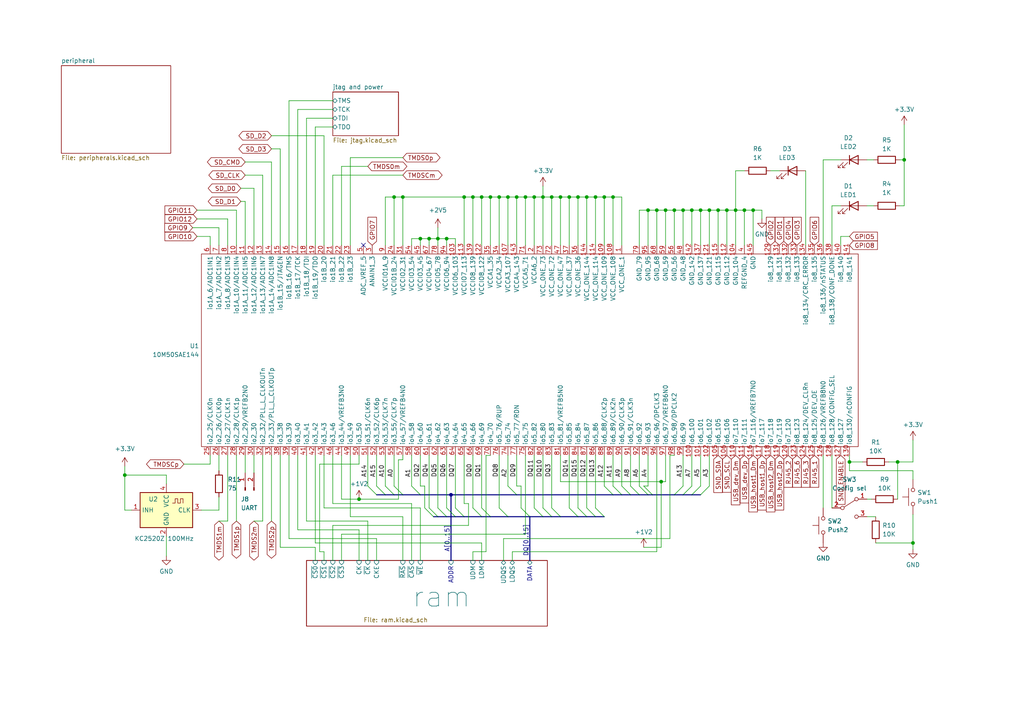
<source format=kicad_sch>
(kicad_sch (version 20230121) (generator eeschema)
  (paper "A4")
  (lib_symbols
    (symbol "Connector:Conn_01x02_Pin" (pin_names (offset 1.016) hide)
      (property "Reference" "J" (at 0 2.54 0))
      (property "Value" "Conn_01x02_Pin" (at 0 -5.08 0))
      (symbol "Conn_01x02_Pin_1_1"
        (polyline (pts (xy 1.27 -2.54) (xy 0.8636 -2.54)) (stroke (width 0.1524)))
        (polyline (pts (xy 1.27 0) (xy 0.8636 0)) (stroke (width 0.1524)))
        (rectangle (start 0.8636 -2.413) (end 0 -2.667) (stroke (width 0.1524)) (fill (type outline)))
        (rectangle (start 0.8636 0.127) (end 0 -0.127) (stroke (width 0.1524)) (fill (type outline)))
        (pin passive line (at 5.08 0 180) (length 3.81) (name "Pin_1") (number "1"))
        (pin passive line (at 5.08 -2.54 180) (length 3.81) (name "Pin_2") (number "2"))
      )
    )
    (symbol "Device:LED" (pin_numbers hide) (pin_names (offset 1.016) hide)
      (property "Reference" "D" (at 0 2.54 0))
      (property "Value" "LED" (at 0 -2.54 0))
      (symbol "LED_0_1"
        (polyline (pts (xy -1.27 -1.27) (xy -1.27 1.27)) (stroke (width 0.254)))
        (polyline (pts (xy -1.27 0) (xy 1.27 0)))
        (polyline (pts (xy 1.27 -1.27) (xy 1.27 1.27) (xy -1.27 0) (xy 1.27 -1.27)) (stroke (width 0.254)))
        (polyline (pts (xy -3.048 -0.762) (xy -4.572 -2.286) (xy -3.81 -2.286) (xy -4.572 -2.286) (xy -4.572 -1.524)))
        (polyline (pts (xy -1.778 -0.762) (xy -3.302 -2.286) (xy -2.54 -2.286) (xy -3.302 -2.286) (xy -3.302 -1.524)))
      )
      (symbol "LED_1_1"
        (pin passive line (at -3.81 0 0) (length 2.54) (name "K") (number "1"))
        (pin passive line (at 3.81 0 180) (length 2.54) (name "A") (number "2"))
      )
    )
    (symbol "Device:R" (pin_numbers hide) (pin_names (offset 0))
      (property "Reference" "R" (at 2.032 0 90))
      (property "Value" "R" (at 0 0 90))
      (symbol "R_0_1"
        (rectangle (start -1.016 -2.54) (end 1.016 2.54) (stroke (width 0.254)))
      )
      (symbol "R_1_1"
        (pin passive line (at 0 3.81 270) (length 1.27) (name "~") (number "1"))
        (pin passive line (at 0 -3.81 90) (length 1.27) (name "~") (number "2"))
      )
    )
    (symbol "Oscillator:KC2520Z"
      (property "Reference" "U" (at 2.54 12.7 0))
      (property "Value" "KC2520Z" (at 6.35 10.16 0))
      (symbol "KC2520Z_0_1"
        (rectangle (start -7.62 5.08) (end 7.62 -5.08) (stroke (width 0.254)) (fill (type background)))
      )
      (symbol "KC2520Z_1_1"
        (polyline (pts (xy 1.778 2.032) (xy 2.54 2.032) (xy 2.54 3.302) (xy 3.302 3.302) (xy 3.302 2.032) (xy 4.064 2.032) (xy 4.064 3.302) (xy 4.826 3.302) (xy 4.826 2.032)))
        (pin input line (at -10.16 0 0) (length 2.54) (name "INH") (number "1"))
        (pin power_in line (at 0 -7.62 90) (length 2.54) (name "GND") (number "2"))
        (pin output line (at 10.16 0 180) (length 2.54) (name "CLK") (number "3"))
        (pin power_in line (at 0 7.62 270) (length 2.54) (name "VCC") (number "4"))
      )
    )
    (symbol "Switch:SW_Push" (pin_numbers hide) (pin_names (offset 1.016) hide)
      (property "Reference" "SW" (at 1.27 2.54 0))
      (property "Value" "SW_Push" (at 0 -1.524 0))
      (symbol "SW_Push_0_1"
        (circle (center -2.032 0) (radius 0.508))
        (polyline (pts (xy 0 1.27) (xy 0 3.048)))
        (polyline (pts (xy 2.54 1.27) (xy -2.54 1.27)))
        (circle (center 2.032 0) (radius 0.508))
        (pin passive line (at -5.08 0 0) (length 2.54) (name "1") (number "1"))
        (pin passive line (at 5.08 0 180) (length 2.54) (name "2") (number "2"))
      )
    )
    (symbol "Switch:SW_SPDT" (pin_names (offset 0) hide)
      (property "Reference" "SW" (at 0 4.318 0))
      (property "Value" "SW_SPDT" (at 0 -5.08 0))
      (symbol "SW_SPDT_0_0"
        (circle (center -2.032 0) (radius 0.508))
        (circle (center 2.032 -2.54) (radius 0.508))
      )
      (symbol "SW_SPDT_0_1"
        (polyline (pts (xy -1.524 0.254) (xy 1.651 2.286)))
        (circle (center 2.032 2.54) (radius 0.508))
      )
      (symbol "SW_SPDT_1_1"
        (pin passive line (at 5.08 2.54 180) (length 2.54) (name "A") (number "1"))
        (pin passive line (at -5.08 0 0) (length 2.54) (name "B") (number "2"))
        (pin passive line (at 5.08 -2.54 180) (length 2.54) (name "C") (number "3"))
      )
    )
    (symbol "engeavour:10M50SAE144"
      (property "Reference" "U1" (at 16.51 -3.175 90))
      (property "Value" "10M50SAE144" (at 13.97 -3.175 90))
      (symbol "10M50SAE144_0_1"
        (rectangle (start -12.7 -3.81) (end 43.18 -194.31))
      )
      (symbol "10M50SAE144_1_0"
        (pin power_in line (at 45.72 -125.73 180) (length 2.54) (name "VCC_ONE_1") (number "1"))
        (pin bidirectional line (at 45.72 -13.97 180) (length 2.54) (name "io1A_10/ADC1IN4") (number "10"))
        (pin bidirectional line (at -15.24 -146.05 0) (length 2.54) (name "io6_100") (number "100"))
        (pin bidirectional line (at -15.24 -148.59 0) (length 2.54) (name "io6_101") (number "101"))
        (pin bidirectional line (at -15.24 -151.13 0) (length 2.54) (name "io6_102") (number "102"))
        (pin power_in line (at 45.72 -77.47 180) (length 2.54) (name "VCCIO6_103") (number "103"))
        (pin power_in line (at 45.72 -158.75 180) (length 2.54) (name "GND_104") (number "104"))
        (pin bidirectional line (at -15.24 -153.67 0) (length 2.54) (name "io6_105") (number "105"))
        (pin bidirectional line (at -15.24 -156.21 0) (length 2.54) (name "io6_106") (number "106"))
        (pin power_in line (at 45.72 -92.71 180) (length 2.54) (name "VCCA3_107") (number "107"))
        (pin power_in line (at 45.72 -123.19 180) (length 2.54) (name "VCC_ONE_108") (number "108"))
        (pin power_in line (at 45.72 -120.65 180) (length 2.54) (name "VCC_ONE_109") (number "109"))
        (pin bidirectional line (at 45.72 -16.51 180) (length 2.54) (name "io1A_11/ADC1IN5") (number "11"))
        (pin bidirectional line (at -15.24 -158.75 0) (length 2.54) (name "io7_110") (number "110"))
        (pin bidirectional line (at -15.24 -161.29 0) (length 2.54) (name "io7_111") (number "111"))
        (pin power_in line (at 45.72 -156.21 180) (length 2.54) (name "GND_112") (number "112"))
        (pin power_in line (at 45.72 -80.01 180) (length 2.54) (name "VCCIO7_113") (number "113"))
        (pin power_in line (at 45.72 -118.11 180) (length 2.54) (name "VCC_ONE_114") (number "114"))
        (pin power_in line (at 45.72 -153.67 180) (length 2.54) (name "GND_115") (number "115"))
        (pin bidirectional line (at -15.24 -163.83 0) (length 2.54) (name "io7_116/VREFB7NO") (number "116"))
        (pin bidirectional line (at -15.24 -166.37 0) (length 2.54) (name "io7_117") (number "117"))
        (pin bidirectional line (at -15.24 -168.91 0) (length 2.54) (name "io7_118") (number "118"))
        (pin bidirectional line (at -15.24 -171.45 0) (length 2.54) (name "io7_119") (number "119"))
        (pin bidirectional line (at 45.72 -19.05 180) (length 2.54) (name "io1A_12/ADC1IN6") (number "12"))
        (pin bidirectional line (at -15.24 -173.99 0) (length 2.54) (name "io7_120") (number "120"))
        (pin power_in line (at 45.72 -151.13 180) (length 2.54) (name "GND_121") (number "121"))
        (pin power_in line (at 45.72 -85.09 180) (length 2.54) (name "VCCIO8_122") (number "122"))
        (pin bidirectional line (at -15.24 -176.53 0) (length 2.54) (name "io8_123") (number "123"))
        (pin bidirectional line (at -15.24 -179.07 0) (length 2.54) (name "io8_124/DEV_CLRn") (number "124"))
        (pin bidirectional line (at -15.24 -181.61 0) (length 2.54) (name "io8_125/DEV_OE") (number "125"))
        (pin bidirectional line (at -15.24 -184.15 0) (length 2.54) (name "io8_126/VREFB8N0") (number "126"))
        (pin bidirectional line (at -15.24 -189.23 0) (length 2.54) (name "io8_127") (number "127"))
        (pin bidirectional line (at -15.24 -186.69 0) (length 2.54) (name "io8_128/CONFIG_SEL") (number "128"))
        (pin bidirectional line (at 45.72 -168.91 180) (length 2.54) (name "io8_129") (number "129"))
        (pin bidirectional line (at 45.72 -21.59 180) (length 2.54) (name "io1A_13/ADC1IN7") (number "13"))
        (pin input line (at -15.24 -191.77 0) (length 2.54) (name "io8_130/nCONFIG") (number "130"))
        (pin bidirectional line (at 45.72 -171.45 180) (length 2.54) (name "io8_131") (number "131"))
        (pin bidirectional line (at 45.72 -173.99 180) (length 2.54) (name "io8_132") (number "132"))
        (pin bidirectional line (at 45.72 -176.53 180) (length 2.54) (name "io8_133") (number "133"))
        (pin bidirectional line (at 45.72 -179.07 180) (length 2.54) (name "io8_134/CRC_ERROR") (number "134"))
        (pin bidirectional line (at 45.72 -181.61 180) (length 2.54) (name "io8_135") (number "135"))
        (pin bidirectional line (at 45.72 -184.15 180) (length 2.54) (name "io8_136/nSTATUS") (number "136"))
        (pin power_in line (at 45.72 -148.59 180) (length 2.54) (name "GND_137") (number "137"))
        (pin bidirectional line (at 45.72 -186.69 180) (length 2.54) (name "io8_138/CONF_DONE") (number "138"))
        (pin power_in line (at 45.72 -82.55 180) (length 2.54) (name "VCCIO8_139") (number "139"))
        (pin bidirectional line (at 45.72 -24.13 180) (length 2.54) (name "io1A_14/ADC1IN8") (number "14"))
        (pin bidirectional line (at 45.72 -189.23 180) (length 2.54) (name "io8_140") (number "140"))
        (pin bidirectional line (at 45.72 -191.77 180) (length 2.54) (name "io8_141") (number "141"))
        (pin power_in line (at 45.72 -146.05 180) (length 2.54) (name "GND_142") (number "142"))
        (pin power_in line (at 45.72 -95.25 180) (length 2.54) (name "VCCA4_143") (number "143"))
        (pin power_in line (at 45.72 -115.57 180) (length 2.54) (name "VCC_ONE_144") (number "144"))
        (pin bidirectional line (at 45.72 -26.67 180) (length 2.54) (name "io1B_15/JTAGEN") (number "15"))
        (pin bidirectional line (at 45.72 -29.21 180) (length 2.54) (name "io1B_16/TMS") (number "16"))
        (pin bidirectional line (at 45.72 -31.75 180) (length 2.54) (name "io1B_17/TCK") (number "17"))
        (pin bidirectional line (at 45.72 -34.29 180) (length 2.54) (name "io1B_18/TDI") (number "18"))
        (pin bidirectional line (at 45.72 -36.83 180) (length 2.54) (name "io1B_19/TDO") (number "19"))
        (pin power_in line (at 45.72 -100.33 180) (length 2.54) (name "VCCA6_2") (number "2"))
        (pin bidirectional line (at 45.72 -39.37 180) (length 2.54) (name "io1B_20") (number "20"))
        (pin bidirectional line (at 45.72 -41.91 180) (length 2.54) (name "io1B_21") (number "21"))
        (pin bidirectional line (at 45.72 -44.45 180) (length 2.54) (name "io1B_22") (number "22"))
        (pin bidirectional line (at 45.72 -46.99 180) (length 2.54) (name "io1B_23") (number "23"))
        (pin power_in line (at 45.72 -59.69 180) (length 2.54) (name "VCCIO1B_24") (number "24"))
        (pin bidirectional line (at -15.24 -6.35 0) (length 2.54) (name "io2_25/CLK0n") (number "25"))
        (pin bidirectional line (at -15.24 -8.89 0) (length 2.54) (name "io2_26/CLK0p") (number "26"))
        (pin bidirectional line (at -15.24 -11.43 0) (length 2.54) (name "io2_27/CLK1n") (number "27"))
        (pin bidirectional line (at -15.24 -13.97 0) (length 2.54) (name "io2_28/CLK1p") (number "28"))
        (pin bidirectional line (at -15.24 -16.51 0) (length 2.54) (name "io2_29/VREFB2N0") (number "29"))
        (pin input line (at 45.72 -53.34 180) (length 2.54) (name "ANAIN1_3") (number "3"))
        (pin bidirectional line (at -15.24 -19.05 0) (length 2.54) (name "io2_30") (number "30"))
        (pin power_in line (at 45.72 -62.23 180) (length 2.54) (name "VCCIO2_31") (number "31"))
        (pin bidirectional line (at -15.24 -21.59 0) (length 2.54) (name "io2_32/PLL_L_CLKOUTn") (number "32"))
        (pin bidirectional line (at -15.24 -24.13 0) (length 2.54) (name "io2_33/PLL_L_CLKOUTp") (number "33"))
        (pin power_in line (at 45.72 -90.17 180) (length 2.54) (name "VCCA2_34") (number "34"))
        (pin power_in line (at 45.72 -87.63 180) (length 2.54) (name "VCCA1_35") (number "35"))
        (pin power_in line (at 45.72 -113.03 180) (length 2.54) (name "VCC_ONE_36") (number "36"))
        (pin power_in line (at 45.72 -110.49 180) (length 2.54) (name "VCC_ONE_37") (number "37"))
        (pin bidirectional line (at -15.24 -26.67 0) (length 2.54) (name "io3_38") (number "38"))
        (pin bidirectional line (at -15.24 -29.21 0) (length 2.54) (name "io3_39") (number "39"))
        (pin power_in line (at 45.72 -161.29 180) (length 2.54) (name "REFGND_4") (number "4"))
        (pin bidirectional line (at -15.24 -31.75 0) (length 2.54) (name "io3_40") (number "40"))
        (pin bidirectional line (at -15.24 -34.29 0) (length 2.54) (name "io3_41") (number "41"))
        (pin bidirectional line (at -15.24 -36.83 0) (length 2.54) (name "io3_42") (number "42"))
        (pin bidirectional line (at -15.24 -39.37 0) (length 2.54) (name "io3_43") (number "43"))
        (pin bidirectional line (at -15.24 -44.45 0) (length 2.54) (name "io3_44/VREFB3N0") (number "44"))
        (pin power_in line (at 45.72 -67.31 180) (length 2.54) (name "VCCIO3_45") (number "45"))
        (pin bidirectional line (at -15.24 -41.91 0) (length 2.54) (name "io3_46") (number "46"))
        (pin power_in line (at 45.72 -107.95 180) (length 2.54) (name "VCC_ONE_47") (number "47"))
        (pin power_in line (at 45.72 -143.51 180) (length 2.54) (name "GND_48") (number "48"))
        (pin bidirectional line (at -15.24 -46.99 0) (length 2.54) (name "io3_49") (number "49"))
        (pin input line (at 45.72 -50.8 180) (length 2.54) (name "ADC_VREF_5") (number "5"))
        (pin bidirectional line (at -15.24 -49.53 0) (length 2.54) (name "io3_50") (number "50"))
        (pin bidirectional line (at -15.24 -52.07 0) (length 2.54) (name "io3_51/CLK6n") (number "51"))
        (pin bidirectional line (at -15.24 -54.61 0) (length 2.54) (name "io3_52/CLK6p") (number "52"))
        (pin bidirectional line (at -15.24 -57.15 0) (length 2.54) (name "io3_53/CLK7n") (number "53"))
        (pin power_in line (at 45.72 -64.77 180) (length 2.54) (name "VCCIO3_54") (number "54"))
        (pin bidirectional line (at -15.24 -59.69 0) (length 2.54) (name "io3_55/CLK7p") (number "55"))
        (pin power_in line (at 45.72 -140.97 180) (length 2.54) (name "GND_56") (number "56"))
        (pin bidirectional line (at -15.24 -62.23 0) (length 2.54) (name "io4_57/VREFB4N0") (number "57"))
        (pin bidirectional line (at -15.24 -64.77 0) (length 2.54) (name "io4_58") (number "58"))
        (pin power_in line (at 45.72 -138.43 180) (length 2.54) (name "GND_59") (number "59"))
        (pin bidirectional line (at -15.24 -67.31 0) (length 2.54) (name "io4_60") (number "60"))
        (pin bidirectional line (at -15.24 -69.85 0) (length 2.54) (name "io4_61") (number "61"))
        (pin bidirectional line (at -15.24 -72.39 0) (length 2.54) (name "io4_62") (number "62"))
        (pin bidirectional line (at -15.24 -74.93 0) (length 2.54) (name "io4_63") (number "63"))
        (pin bidirectional line (at -15.24 -77.47 0) (length 2.54) (name "io4_64") (number "64"))
        (pin bidirectional line (at -15.24 -80.01 0) (length 2.54) (name "io4_65") (number "65"))
        (pin bidirectional line (at -15.24 -82.55 0) (length 2.54) (name "io4_66") (number "66"))
        (pin power_in line (at 45.72 -69.85 180) (length 2.54) (name "VCCIO4_67") (number "67"))
        (pin power_in line (at 45.72 -135.89 180) (length 2.54) (name "GND_68") (number "68"))
        (pin bidirectional line (at -15.24 -85.09 0) (length 2.54) (name "io4_69") (number "69"))
        (pin bidirectional line (at 45.72 -8.89 180) (length 2.54) (name "io1A_7/ADC1IN2") (number "7"))
        (pin bidirectional line (at -15.24 -87.63 0) (length 2.54) (name "io4_70") (number "70"))
        (pin power_in line (at 45.72 -97.79 180) (length 2.54) (name "VCCA5_71") (number "71"))
        (pin power_in line (at 45.72 -105.41 180) (length 2.54) (name "VCC_ONE_72") (number "72"))
        (pin power_in line (at 45.72 -102.87 180) (length 2.54) (name "VCC_ONE_73") (number "73"))
        (pin bidirectional line (at -15.24 -92.71 0) (length 2.54) (name "io5_74") (number "74"))
        (pin bidirectional line (at -15.24 -97.79 0) (length 2.54) (name "io5_75") (number "75"))
        (pin bidirectional line (at -15.24 -90.17 0) (length 2.54) (name "io5_76/RUP") (number "76"))
        (pin bidirectional line (at -15.24 -95.25 0) (length 2.54) (name "io5_77/RDN") (number "77"))
        (pin power_in line (at 45.72 -72.39 180) (length 2.54) (name "VCCIO5_78") (number "78"))
        (pin power_in line (at 45.72 -130.81 180) (length 2.54) (name "GND_79") (number "79"))
        (pin bidirectional line (at 45.72 -11.43 180) (length 2.54) (name "io1A_8/ADC1IN3") (number "8"))
        (pin bidirectional line (at -15.24 -102.87 0) (length 2.54) (name "io5_80") (number "80"))
        (pin bidirectional line (at -15.24 -107.95 0) (length 2.54) (name "io5_81/VREFB5N0") (number "81"))
        (pin bidirectional line (at -15.24 -100.33 0) (length 2.54) (name "io5_82") (number "82"))
        (pin bidirectional line (at -15.24 -105.41 0) (length 2.54) (name "io5_83") (number "83"))
        (pin bidirectional line (at -15.24 -113.03 0) (length 2.54) (name "io5_84") (number "84"))
        (pin bidirectional line (at -15.24 -110.49 0) (length 2.54) (name "io5_85") (number "85"))
        (pin bidirectional line (at -15.24 -118.11 0) (length 2.54) (name "io5_86") (number "86"))
        (pin bidirectional line (at -15.24 -115.57 0) (length 2.54) (name "io5_87") (number "87"))
        (pin bidirectional line (at -15.24 -120.65 0) (length 2.54) (name "io6_88/CLK2p") (number "88"))
        (pin bidirectional line (at -15.24 -123.19 0) (length 2.54) (name "io6_89/CLK2n") (number "89"))
        (pin power_in line (at 45.72 -57.15 180) (length 2.54) (name "VCCIO1A_9") (number "9"))
        (pin bidirectional line (at -15.24 -125.73 0) (length 2.54) (name "io6_90/CLK3p") (number "90"))
        (pin bidirectional line (at -15.24 -128.27 0) (length 2.54) (name "io6_91/CLK3n") (number "91"))
        (pin bidirectional line (at -15.24 -130.81 0) (length 2.54) (name "io6_92") (number "92"))
        (pin bidirectional line (at -15.24 -133.35 0) (length 2.54) (name "io6_93") (number "93"))
        (pin power_in line (at 45.72 -74.93 180) (length 2.54) (name "VCCIO6_94") (number "94"))
        (pin power_in line (at 45.72 -133.35 180) (length 2.54) (name "GND_95") (number "95"))
        (pin bidirectional line (at -15.24 -135.89 0) (length 2.54) (name "io6_96/DPCLK3") (number "96"))
        (pin bidirectional line (at -15.24 -138.43 0) (length 2.54) (name "io6_97/VREFB6N0") (number "97"))
        (pin bidirectional line (at -15.24 -140.97 0) (length 2.54) (name "io6_98/DPCLK2") (number "98"))
        (pin bidirectional line (at -15.24 -143.51 0) (length 2.54) (name "io6_99") (number "99"))
      )
      (symbol "10M50SAE144_1_1"
        (pin power_in line (at 45.72 -163.83 180) (length 2.54) (name "GND") (number "145"))
        (pin bidirectional line (at 45.72 -6.35 180) (length 2.54) (name "io1A_6/ADC1IN1") (number "6"))
      )
    )
    (symbol "power:+1V2" (power) (pin_names (offset 0))
      (property "Value" "+1V2" (at 0 3.556 0))
      (symbol "+1V2_0_1"
        (polyline (pts (xy -0.762 1.27) (xy 0 2.54)))
        (polyline (pts (xy 0 0) (xy 0 2.54)))
        (polyline (pts (xy 0 2.54) (xy 0.762 1.27)))
      )
      (symbol "+1V2_1_1"
        (pin power_in line (at 0 0 90) (length 0) hide (name "+1V2") (number "1"))
      )
    )
    (symbol "power:+2V5" (power) (pin_names (offset 0))
      (property "Value" "+2V5" (at 0 3.556 0))
      (symbol "+2V5_0_1"
        (polyline (pts (xy -0.762 1.27) (xy 0 2.54)))
        (polyline (pts (xy 0 0) (xy 0 2.54)))
        (polyline (pts (xy 0 2.54) (xy 0.762 1.27)))
      )
      (symbol "+2V5_1_1"
        (pin power_in line (at 0 0 90) (length 0) hide (name "+2V5") (number "1"))
      )
    )
    (symbol "power:+3.3V" (power) (pin_names (offset 0))
      (property "Value" "+3.3V" (at 0 3.556 0))
      (symbol "+3.3V_0_1"
        (polyline (pts (xy -0.762 1.27) (xy 0 2.54)))
        (polyline (pts (xy 0 0) (xy 0 2.54)))
        (polyline (pts (xy 0 2.54) (xy 0.762 1.27)))
      )
      (symbol "+3.3V_1_1"
        (pin power_in line (at 0 0 90) (length 0) hide (name "+3.3V") (number "1"))
      )
    )
    (symbol "power:GND" (power) (pin_names (offset 0))
      (property "Value" "GND" (at 0 -3.81 0))
      (symbol "GND_0_1"
        (polyline (pts (xy 0 0) (xy 0 -1.27) (xy 1.27 -1.27) (xy 0 -2.54) (xy -1.27 -1.27) (xy 0 -1.27)))
      )
      (symbol "GND_1_1"
        (pin power_in line (at 0 0 270) (length 0) hide (name "GND") (number "1"))
      )
    )
  )
  (junction (at 172.72 57.15))
  (junction (at 149.86 57.15))
  (junction (at 210.82 60.96))
  (junction (at 264.795 157.48))
  (junction (at 147.32 57.15))
  (junction (at 175.26 57.15))
  (junction (at 162.56 57.15))
  (junction (at 127 69.215))
  (junction (at 195.58 60.96))
  (junction (at 142.24 57.15))
  (junction (at 129.54 69.215))
  (junction (at 36.195 137.795))
  (junction (at 152.4 57.15))
  (junction (at 260.35 133.985))
  (junction (at 121.92 69.215))
  (junction (at 160.02 57.15))
  (junction (at 116.84 57.15))
  (junction (at 154.94 57.15))
  (junction (at 167.64 57.15))
  (junction (at 134.62 57.15))
  (junction (at 139.7 57.15))
  (junction (at 218.44 60.96))
  (junction (at 208.28 60.96))
  (junction (at 177.8 57.15))
  (junction (at 213.36 60.96))
  (junction (at 144.78 57.15))
  (junction (at 170.18 57.15))
  (junction (at 137.16 57.15))
  (junction (at 205.74 60.96))
  (junction (at 198.12 60.96))
  (junction (at 262.255 46.355))
  (junction (at 124.46 69.215))
  (junction (at 114.3 57.15))
  (junction (at 191.77 139.7))
  (junction (at 203.2 60.96))
  (junction (at 190.5 60.96))
  (junction (at 187.96 60.96))
  (junction (at 165.1 57.15))
  (junction (at 104.14 144.78))
  (junction (at 246.38 133.985))
  (junction (at 215.9 60.96))
  (junction (at 157.48 57.15))
  (junction (at 130.81 143.51))
  (junction (at 193.04 60.96))
  (junction (at 200.66 60.96))
  (no_connect (at 105.41 71.12))
  (bus_entry (at 125.73 149.86) (size -2.54 -2.54))
  (bus_entry (at 167.64 149.86) (size -2.54 -2.54))
  (bus_entry (at 134.62 149.86) (size -2.54 -2.54))
  (bus_entry (at 187.96 143.51) (size -2.54 -2.54))
  (bus_entry (at 180.34 143.51) (size -2.54 -2.54))
  (bus_entry (at 142.24 149.86) (size -2.54 -2.54))
  (bus_entry (at 162.56 149.86) (size -2.54 -2.54))
  (bus_entry (at 132.08 149.86) (size -2.54 -2.54))
  (bus_entry (at 127 149.86) (size -2.54 -2.54))
  (bus_entry (at 147.32 149.86) (size -2.54 -2.54))
  (bus_entry (at 203.2 143.51) (size 2.54 -2.54))
  (bus_entry (at 198.12 143.51) (size 2.54 -2.54))
  (bus_entry (at 170.18 149.86) (size -2.54 -2.54))
  (bus_entry (at 182.88 143.51) (size -2.54 -2.54))
  (bus_entry (at 157.48 149.86) (size -2.54 -2.54))
  (bus_entry (at 109.22 143.51) (size -2.54 -2.54))
  (bus_entry (at 160.02 149.86) (size -2.54 -2.54))
  (bus_entry (at 175.26 149.86) (size -2.54 -2.54))
  (bus_entry (at 195.58 143.51) (size 2.54 -2.54))
  (bus_entry (at 121.92 143.51) (size -2.54 -2.54))
  (bus_entry (at 111.76 143.51) (size -2.54 -2.54))
  (bus_entry (at 129.54 149.86) (size -2.54 -2.54))
  (bus_entry (at 149.86 143.51) (size -2.54 -2.54))
  (bus_entry (at 139.7 149.86) (size -2.54 -2.54))
  (bus_entry (at 177.8 143.51) (size -2.54 -2.54))
  (bus_entry (at 189.23 143.51) (size -2.54 -2.54))
  (bus_entry (at 172.72 149.86) (size -2.54 -2.54))
  (bus_entry (at 153.67 149.86) (size -2.54 -2.54))
  (bus_entry (at 116.84 143.51) (size -2.54 -2.54))
  (bus_entry (at 185.42 143.51) (size -2.54 -2.54))
  (bus_entry (at 114.3 143.51) (size -2.54 -2.54))
  (bus_entry (at 200.66 143.51) (size 2.54 -2.54))
  (wire (pts (xy 198.12 60.96) (xy 198.12 71.12)))
  (wire (pts (xy 160.02 57.15) (xy 157.48 57.15)))
  (wire (pts (xy 160.02 57.15) (xy 162.56 57.15)))
  (wire (pts (xy 115.57 133.35) (xy 115.57 144.78)))
  (wire (pts (xy 132.08 69.215) (xy 129.54 69.215)))
  (wire (pts (xy 121.92 69.215) (xy 124.46 69.215)))
  (wire (pts (xy 101.6 45.72) (xy 101.6 71.12)))
  (wire (pts (xy 36.195 147.955) (xy 38.1 147.955)))
  (wire (pts (xy 246.38 132.08) (xy 246.38 133.985)))
  (wire (pts (xy 66.04 132.08) (xy 66.04 151.13)))
  (wire (pts (xy 83.82 156.21) (xy 83.82 132.08)))
  (wire (pts (xy 116.84 57.15) (xy 116.84 71.12)))
  (bus (pts (xy 189.23 143.51) (xy 195.58 143.51)))
  (wire (pts (xy 151.13 140.97) (xy 149.86 140.97)))
  (wire (pts (xy 129.54 71.12) (xy 129.54 69.215)))
  (wire (pts (xy 111.76 132.08) (xy 111.76 140.97)))
  (wire (pts (xy 78.74 46.99) (xy 78.74 71.12)))
  (bus (pts (xy 130.81 143.51) (xy 149.86 143.51)))
  (wire (pts (xy 264.795 133.985) (xy 264.795 127.635)))
  (wire (pts (xy 129.54 132.08) (xy 129.54 147.32)))
  (wire (pts (xy 165.1 132.08) (xy 165.1 147.32)))
  (bus (pts (xy 132.08 149.86) (xy 134.62 149.86)))
  (wire (pts (xy 96.52 152.4) (xy 135.89 152.4)))
  (wire (pts (xy 162.56 139.7) (xy 191.77 139.7)))
  (wire (pts (xy 190.5 60.96) (xy 190.5 71.12)))
  (wire (pts (xy 243.84 46.355) (xy 238.76 46.355)))
  (wire (pts (xy 175.26 132.08) (xy 175.26 140.97)))
  (wire (pts (xy 83.82 29.21) (xy 83.82 71.12)))
  (bus (pts (xy 157.48 149.86) (xy 160.02 149.86)))
  (wire (pts (xy 144.78 132.08) (xy 144.78 147.32)))
  (wire (pts (xy 177.8 132.08) (xy 177.8 140.97)))
  (wire (pts (xy 116.84 162.56) (xy 116.84 149.86)))
  (wire (pts (xy 124.46 69.215) (xy 127 69.215)))
  (wire (pts (xy 187.96 60.96) (xy 187.96 71.12)))
  (wire (pts (xy 262.255 46.355) (xy 262.255 36.195)))
  (wire (pts (xy 208.28 60.96) (xy 208.28 71.12)))
  (wire (pts (xy 91.44 36.83) (xy 91.44 71.12)))
  (wire (pts (xy 137.16 132.08) (xy 137.16 147.32)))
  (wire (pts (xy 93.98 160.02) (xy 93.98 162.56)))
  (wire (pts (xy 96.52 146.05) (xy 96.52 132.08)))
  (wire (pts (xy 119.38 162.56) (xy 119.38 146.05)))
  (bus (pts (xy 153.67 162.56) (xy 153.67 149.86)))
  (bus (pts (xy 130.81 162.56) (xy 130.81 143.51)))
  (wire (pts (xy 210.82 60.96) (xy 210.82 71.12)))
  (wire (pts (xy 262.255 46.355) (xy 262.255 59.69)))
  (wire (pts (xy 154.94 132.08) (xy 154.94 147.32)))
  (wire (pts (xy 160.02 71.12) (xy 160.02 57.15)))
  (wire (pts (xy 96.52 50.8) (xy 96.52 71.12)))
  (wire (pts (xy 63.5 66.04) (xy 63.5 71.12)))
  (wire (pts (xy 106.68 132.08) (xy 106.68 140.97)))
  (wire (pts (xy 78.74 39.37) (xy 93.98 39.37)))
  (bus (pts (xy 200.66 143.51) (xy 203.2 143.51)))
  (wire (pts (xy 167.64 132.08) (xy 167.64 147.32)))
  (wire (pts (xy 170.18 132.08) (xy 170.18 147.32)))
  (bus (pts (xy 149.86 143.51) (xy 177.8 143.51)))
  (bus (pts (xy 153.67 149.86) (xy 157.48 149.86)))
  (wire (pts (xy 215.9 49.53) (xy 213.36 49.53)))
  (bus (pts (xy 139.7 149.86) (xy 142.24 149.86)))
  (wire (pts (xy 142.24 57.15) (xy 144.78 57.15)))
  (wire (pts (xy 116.84 57.15) (xy 134.62 57.15)))
  (bus (pts (xy 134.62 149.86) (xy 139.7 149.86)))
  (wire (pts (xy 76.2 151.13) (xy 73.66 151.13)))
  (wire (pts (xy 139.7 162.56) (xy 139.7 157.48)))
  (wire (pts (xy 233.68 49.53) (xy 233.68 71.12)))
  (wire (pts (xy 127 66.04) (xy 127 69.215)))
  (wire (pts (xy 78.74 43.18) (xy 81.28 43.18)))
  (wire (pts (xy 167.64 57.15) (xy 167.64 71.12)))
  (bus (pts (xy 111.76 143.51) (xy 114.3 143.51)))
  (wire (pts (xy 104.14 134.62) (xy 104.14 132.08)))
  (wire (pts (xy 160.02 132.08) (xy 160.02 147.32)))
  (wire (pts (xy 119.38 132.08) (xy 119.38 140.97)))
  (wire (pts (xy 264.795 136.525) (xy 246.38 136.525)))
  (wire (pts (xy 175.26 57.15) (xy 175.26 71.12)))
  (wire (pts (xy 88.9 34.29) (xy 88.9 71.12)))
  (wire (pts (xy 218.44 60.96) (xy 218.44 71.12)))
  (wire (pts (xy 149.86 140.97) (xy 149.86 132.08)))
  (bus (pts (xy 121.92 143.51) (xy 130.81 143.51)))
  (wire (pts (xy 215.9 60.96) (xy 215.9 71.12)))
  (wire (pts (xy 177.8 57.15) (xy 180.34 57.15)))
  (wire (pts (xy 106.68 162.56) (xy 106.68 151.13)))
  (wire (pts (xy 203.2 60.96) (xy 200.66 60.96)))
  (wire (pts (xy 187.96 60.96) (xy 185.42 60.96)))
  (wire (pts (xy 146.05 156.21) (xy 194.31 156.21)))
  (wire (pts (xy 198.12 132.08) (xy 198.12 140.97)))
  (wire (pts (xy 71.12 58.42) (xy 71.12 71.12)))
  (wire (pts (xy 137.16 57.15) (xy 139.7 57.15)))
  (wire (pts (xy 165.1 57.15) (xy 165.1 71.12)))
  (wire (pts (xy 96.52 29.21) (xy 83.82 29.21)))
  (wire (pts (xy 172.72 132.08) (xy 172.72 147.32)))
  (wire (pts (xy 142.24 57.15) (xy 142.24 71.12)))
  (wire (pts (xy 198.12 60.96) (xy 195.58 60.96)))
  (wire (pts (xy 93.98 160.02) (xy 92.71 160.02)))
  (wire (pts (xy 91.44 158.75) (xy 91.44 162.56)))
  (wire (pts (xy 165.1 57.15) (xy 167.64 57.15)))
  (wire (pts (xy 172.72 57.15) (xy 172.72 71.12)))
  (wire (pts (xy 162.56 132.08) (xy 162.56 139.7)))
  (wire (pts (xy 123.19 140.97) (xy 121.92 140.97)))
  (wire (pts (xy 194.31 132.08) (xy 195.58 132.08)))
  (wire (pts (xy 88.9 151.13) (xy 88.9 132.08)))
  (bus (pts (xy 180.34 143.51) (xy 182.88 143.51)))
  (wire (pts (xy 200.66 60.96) (xy 198.12 60.96)))
  (wire (pts (xy 264.795 157.48) (xy 264.795 159.385)))
  (wire (pts (xy 254 157.48) (xy 264.795 157.48)))
  (wire (pts (xy 251.46 149.86) (xy 254 149.86)))
  (bus (pts (xy 142.24 149.86) (xy 147.32 149.86)))
  (wire (pts (xy 213.36 60.96) (xy 210.82 60.96)))
  (wire (pts (xy 69.85 54.61) (xy 73.66 54.61)))
  (wire (pts (xy 137.16 162.56) (xy 137.16 160.02)))
  (wire (pts (xy 69.85 58.42) (xy 71.12 58.42)))
  (wire (pts (xy 170.18 57.15) (xy 172.72 57.15)))
  (wire (pts (xy 36.195 137.795) (xy 36.195 147.955)))
  (wire (pts (xy 93.98 147.32) (xy 93.98 132.08)))
  (wire (pts (xy 177.8 57.15) (xy 177.8 71.12)))
  (wire (pts (xy 99.06 48.26) (xy 99.06 71.12)))
  (wire (pts (xy 57.15 60.96) (xy 68.58 60.96)))
  (wire (pts (xy 114.3 132.08) (xy 114.3 140.97)))
  (wire (pts (xy 205.74 132.08) (xy 205.74 140.97)))
  (wire (pts (xy 66.04 63.5) (xy 66.04 71.12)))
  (wire (pts (xy 200.66 132.08) (xy 200.66 140.97)))
  (wire (pts (xy 137.16 57.15) (xy 137.16 71.12)))
  (wire (pts (xy 186.69 140.97) (xy 187.96 140.97)))
  (wire (pts (xy 140.97 160.02) (xy 140.97 132.08)))
  (wire (pts (xy 48.26 155.575) (xy 48.26 161.29)))
  (bus (pts (xy 170.18 149.86) (xy 172.72 149.86)))
  (wire (pts (xy 264.795 136.525) (xy 264.795 139.065)))
  (wire (pts (xy 152.4 57.15) (xy 154.94 57.15)))
  (wire (pts (xy 81.28 43.18) (xy 81.28 71.12)))
  (wire (pts (xy 121.92 147.32) (xy 93.98 147.32)))
  (wire (pts (xy 124.46 71.12) (xy 124.46 69.215)))
  (wire (pts (xy 215.9 60.96) (xy 213.36 60.96)))
  (wire (pts (xy 187.96 140.97) (xy 187.96 132.08)))
  (wire (pts (xy 109.22 132.08) (xy 109.22 140.97)))
  (wire (pts (xy 48.26 140.335) (xy 48.26 137.795)))
  (wire (pts (xy 190.5 60.96) (xy 187.96 60.96)))
  (wire (pts (xy 116.84 50.8) (xy 96.52 50.8)))
  (wire (pts (xy 193.04 132.08) (xy 193.04 139.7)))
  (wire (pts (xy 134.62 57.15) (xy 137.16 57.15)))
  (wire (pts (xy 96.52 36.83) (xy 91.44 36.83)))
  (wire (pts (xy 111.76 57.15) (xy 114.3 57.15)))
  (wire (pts (xy 104.14 153.67) (xy 86.36 153.67)))
  (wire (pts (xy 106.68 151.13) (xy 88.9 151.13)))
  (wire (pts (xy 195.58 60.96) (xy 195.58 71.12)))
  (wire (pts (xy 185.42 60.96) (xy 185.42 71.12)))
  (wire (pts (xy 157.48 132.08) (xy 157.48 147.32)))
  (wire (pts (xy 116.84 45.72) (xy 101.6 45.72)))
  (bus (pts (xy 167.64 149.86) (xy 170.18 149.86)))
  (bus (pts (xy 185.42 143.51) (xy 187.96 143.51)))
  (wire (pts (xy 63.5 147.955) (xy 63.5 144.145)))
  (bus (pts (xy 187.96 143.51) (xy 189.23 143.51)))
  (wire (pts (xy 68.58 132.08) (xy 68.58 151.13)))
  (wire (pts (xy 57.15 68.58) (xy 60.96 68.58)))
  (wire (pts (xy 149.86 57.15) (xy 152.4 57.15)))
  (wire (pts (xy 139.7 57.15) (xy 139.7 71.12)))
  (bus (pts (xy 160.02 149.86) (xy 162.56 149.86)))
  (bus (pts (xy 127 149.86) (xy 129.54 149.86)))
  (wire (pts (xy 149.86 57.15) (xy 149.86 71.12)))
  (wire (pts (xy 127 69.215) (xy 127 71.12)))
  (wire (pts (xy 137.16 160.02) (xy 140.97 160.02)))
  (wire (pts (xy 190.5 160.02) (xy 190.5 132.08)))
  (wire (pts (xy 106.68 48.26) (xy 99.06 48.26)))
  (wire (pts (xy 116.84 133.35) (xy 115.57 133.35)))
  (wire (pts (xy 121.92 132.08) (xy 121.92 140.97)))
  (bus (pts (xy 114.3 143.51) (xy 116.84 143.51)))
  (wire (pts (xy 134.62 57.15) (xy 134.62 71.12)))
  (wire (pts (xy 210.82 60.96) (xy 208.28 60.96)))
  (wire (pts (xy 257.81 133.985) (xy 260.35 133.985)))
  (wire (pts (xy 109.22 156.21) (xy 83.82 156.21)))
  (bus (pts (xy 116.84 143.51) (xy 121.92 143.51)))
  (wire (pts (xy 175.26 57.15) (xy 177.8 57.15)))
  (wire (pts (xy 48.26 137.795) (xy 36.195 137.795)))
  (wire (pts (xy 241.3 59.69) (xy 243.84 59.69)))
  (wire (pts (xy 76.2 50.8) (xy 76.2 71.12)))
  (wire (pts (xy 115.57 144.78) (xy 104.14 144.78)))
  (wire (pts (xy 78.74 132.08) (xy 78.74 151.13)))
  (wire (pts (xy 203.2 60.96) (xy 203.2 71.12)))
  (wire (pts (xy 139.7 57.15) (xy 142.24 57.15)))
  (wire (pts (xy 147.32 57.15) (xy 147.32 71.12)))
  (wire (pts (xy 140.97 132.08) (xy 142.24 132.08)))
  (wire (pts (xy 132.08 132.08) (xy 132.08 147.32)))
  (wire (pts (xy 193.04 60.96) (xy 193.04 71.12)))
  (wire (pts (xy 91.44 132.08) (xy 91.44 157.48)))
  (wire (pts (xy 36.195 135.255) (xy 36.195 137.795)))
  (wire (pts (xy 241.3 132.08) (xy 241.3 147.32)))
  (wire (pts (xy 92.71 134.62) (xy 104.14 134.62)))
  (wire (pts (xy 71.12 132.08) (xy 71.12 137.16)))
  (wire (pts (xy 191.77 139.7) (xy 193.04 139.7)))
  (wire (pts (xy 152.4 57.15) (xy 152.4 71.12)))
  (wire (pts (xy 124.46 132.08) (xy 124.46 147.32)))
  (wire (pts (xy 116.84 132.08) (xy 116.84 133.35)))
  (wire (pts (xy 208.28 60.96) (xy 205.74 60.96)))
  (wire (pts (xy 246.38 136.525) (xy 246.38 133.985)))
  (wire (pts (xy 99.06 162.56) (xy 99.06 154.94)))
  (wire (pts (xy 109.22 162.56) (xy 109.22 156.21)))
  (wire (pts (xy 203.2 132.08) (xy 203.2 140.97)))
  (wire (pts (xy 121.92 71.12) (xy 121.92 69.215)))
  (wire (pts (xy 96.52 31.75) (xy 86.36 31.75)))
  (wire (pts (xy 114.3 57.15) (xy 116.84 57.15)))
  (wire (pts (xy 53.34 134.62) (xy 60.96 134.62)))
  (wire (pts (xy 104.14 144.78) (xy 99.06 144.78)))
  (wire (pts (xy 60.96 134.62) (xy 60.96 132.08)))
  (wire (pts (xy 193.04 60.96) (xy 190.5 60.96)))
  (wire (pts (xy 151.13 147.32) (xy 151.13 140.97)))
  (wire (pts (xy 264.795 149.225) (xy 264.795 157.48)))
  (wire (pts (xy 129.54 69.215) (xy 127 69.215)))
  (wire (pts (xy 205.74 60.96) (xy 205.74 71.12)))
  (wire (pts (xy 119.38 146.05) (xy 96.52 146.05)))
  (wire (pts (xy 180.34 57.15) (xy 180.34 71.12)))
  (wire (pts (xy 92.71 160.02) (xy 92.71 134.62)))
  (wire (pts (xy 260.35 133.985) (xy 264.795 133.985)))
  (wire (pts (xy 238.76 46.355) (xy 238.76 71.12)))
  (wire (pts (xy 139.7 157.48) (xy 91.44 157.48)))
  (wire (pts (xy 135.89 152.4) (xy 135.89 146.05)))
  (wire (pts (xy 101.6 149.86) (xy 101.6 132.08)))
  (wire (pts (xy 170.18 57.15) (xy 170.18 71.12)))
  (wire (pts (xy 71.12 50.8) (xy 76.2 50.8)))
  (wire (pts (xy 238.76 132.08) (xy 238.76 147.32)))
  (wire (pts (xy 200.66 60.96) (xy 200.66 71.12)))
  (wire (pts (xy 154.94 57.15) (xy 154.94 71.12)))
  (wire (pts (xy 104.14 162.56) (xy 104.14 153.67)))
  (wire (pts (xy 119.38 71.12) (xy 119.38 69.215)))
  (wire (pts (xy 111.76 71.12) (xy 111.76 57.15)))
  (wire (pts (xy 99.06 144.78) (xy 99.06 132.08)))
  (wire (pts (xy 135.89 146.05) (xy 134.62 146.05)))
  (wire (pts (xy 241.3 59.69) (xy 241.3 71.12)))
  (wire (pts (xy 60.96 68.58) (xy 60.96 71.12)))
  (wire (pts (xy 144.78 57.15) (xy 147.32 57.15)))
  (wire (pts (xy 246.38 68.58) (xy 243.84 68.58)))
  (bus (pts (xy 162.56 149.86) (xy 167.64 149.86)))
  (wire (pts (xy 63.5 132.08) (xy 63.5 136.525)))
  (wire (pts (xy 220.98 60.96) (xy 218.44 60.96)))
  (wire (pts (xy 213.36 60.96) (xy 213.36 71.12)))
  (wire (pts (xy 132.08 71.12) (xy 132.08 69.215)))
  (wire (pts (xy 223.52 49.53) (xy 226.06 49.53)))
  (wire (pts (xy 119.38 69.215) (xy 121.92 69.215)))
  (wire (pts (xy 123.19 147.32) (xy 123.19 140.97)))
  (wire (pts (xy 246.38 133.985) (xy 250.19 133.985)))
  (wire (pts (xy 63.5 151.13) (xy 66.04 151.13)))
  (wire (pts (xy 218.44 60.96) (xy 215.9 60.96)))
  (bus (pts (xy 172.72 149.86) (xy 175.26 149.86)))
  (wire (pts (xy 251.46 46.355) (xy 253.365 46.355)))
  (bus (pts (xy 147.32 149.86) (xy 153.67 149.86)))
  (wire (pts (xy 144.78 57.15) (xy 144.78 71.12)))
  (wire (pts (xy 152.4 154.94) (xy 152.4 132.08)))
  (wire (pts (xy 139.7 132.08) (xy 139.7 147.32)))
  (wire (pts (xy 96.52 34.29) (xy 88.9 34.29)))
  (wire (pts (xy 182.88 132.08) (xy 182.88 140.97)))
  (wire (pts (xy 205.74 60.96) (xy 203.2 60.96)))
  (wire (pts (xy 99.06 154.94) (xy 152.4 154.94)))
  (wire (pts (xy 148.59 162.56) (xy 148.59 160.02)))
  (wire (pts (xy 220.98 60.96) (xy 220.98 63.5)))
  (wire (pts (xy 147.32 132.08) (xy 147.32 140.97)))
  (wire (pts (xy 114.3 57.15) (xy 114.3 71.12)))
  (wire (pts (xy 185.42 132.08) (xy 185.42 140.97)))
  (wire (pts (xy 86.36 153.67) (xy 86.36 132.08)))
  (wire (pts (xy 195.58 60.96) (xy 193.04 60.96)))
  (wire (pts (xy 251.46 144.78) (xy 252.73 144.78)))
  (wire (pts (xy 121.92 162.56) (xy 121.92 147.32)))
  (wire (pts (xy 260.985 59.69) (xy 262.255 59.69)))
  (wire (pts (xy 251.46 59.69) (xy 253.365 59.69)))
  (wire (pts (xy 71.12 46.99) (xy 78.74 46.99)))
  (wire (pts (xy 167.64 57.15) (xy 170.18 57.15)))
  (wire (pts (xy 96.52 162.56) (xy 96.52 152.4)))
  (wire (pts (xy 186.69 158.75) (xy 191.77 158.75)))
  (wire (pts (xy 147.32 57.15) (xy 149.86 57.15)))
  (wire (pts (xy 213.36 49.53) (xy 213.36 60.96)))
  (wire (pts (xy 260.35 133.985) (xy 260.35 144.78)))
  (bus (pts (xy 109.22 143.51) (xy 111.76 143.51)))
  (wire (pts (xy 157.48 57.15) (xy 157.48 71.12)))
  (bus (pts (xy 177.8 143.51) (xy 180.34 143.51)))
  (wire (pts (xy 73.66 54.61) (xy 73.66 71.12)))
  (wire (pts (xy 86.36 31.75) (xy 86.36 71.12)))
  (wire (pts (xy 148.59 160.02) (xy 190.5 160.02)))
  (bus (pts (xy 125.73 149.86) (xy 127 149.86)))
  (bus (pts (xy 182.88 143.51) (xy 185.42 143.51)))
  (wire (pts (xy 162.56 57.15) (xy 162.56 71.12)))
  (wire (pts (xy 81.28 158.75) (xy 91.44 158.75)))
  (wire (pts (xy 73.66 132.08) (xy 73.66 137.16)))
  (bus (pts (xy 129.54 149.86) (xy 132.08 149.86)))
  (wire (pts (xy 154.94 57.15) (xy 157.48 57.15)))
  (wire (pts (xy 157.48 53.975) (xy 157.48 57.15)))
  (wire (pts (xy 134.62 146.05) (xy 134.62 132.08)))
  (wire (pts (xy 68.58 60.96) (xy 68.58 71.12)))
  (wire (pts (xy 146.05 162.56) (xy 146.05 156.21)))
  (wire (pts (xy 191.77 139.7) (xy 191.77 158.75)))
  (wire (pts (xy 58.42 147.955) (xy 63.5 147.955)))
  (wire (pts (xy 116.84 149.86) (xy 101.6 149.86)))
  (bus (pts (xy 198.12 143.51) (xy 200.66 143.51)))
  (wire (pts (xy 81.28 158.75) (xy 81.28 132.08)))
  (wire (pts (xy 55.88 66.04) (xy 63.5 66.04)))
  (wire (pts (xy 127 132.08) (xy 127 147.32)))
  (wire (pts (xy 180.34 132.08) (xy 180.34 140.97)))
  (wire (pts (xy 57.15 63.5) (xy 66.04 63.5)))
  (wire (pts (xy 243.84 68.58) (xy 243.84 71.12)))
  (wire (pts (xy 194.31 156.21) (xy 194.31 132.08)))
  (wire (pts (xy 260.985 46.355) (xy 262.255 46.355)))
  (wire (pts (xy 162.56 57.15) (xy 165.1 57.15)))
  (bus (pts (xy 195.58 143.51) (xy 198.12 143.51)))
  (wire (pts (xy 172.72 57.15) (xy 175.26 57.15)))
  (wire (pts (xy 76.2 132.08) (xy 76.2 151.13)))
  (wire (pts (xy 93.98 39.37) (xy 93.98 71.12)))
  (label "DQ[0..15]" (at 153.67 161.29 90))
  (label "DQ3" (at 160.02 138.43 90))
  (label "A15" (at 109.22 138.43 90))
  (label "DQ13" (at 172.72 138.43 90))
  (label "A10" (at 111.76 138.43 90))
  (label "DQ15" (at 167.64 138.43 90))
  (label "A11" (at 177.8 138.43 90))
  (label "A4" (at 187.96 138.43 90))
  (label "A7" (at 200.66 138.43 90))
  (label "A[0..15]" (at 130.81 160.02 90))
  (label "A1" (at 119.38 138.43 90))
  (label "A2" (at 147.32 138.43 90))
  (label "A3" (at 205.74 138.43 90))
  (label "DQ8" (at 144.78 138.43 90))
  (label "A13" (at 198.12 138.43 90))
  (label "DQ0" (at 137.16 138.43 90))
  (label "DQ4" (at 124.46 138.43 90))
  (label "A0" (at 114.3 138.43 90))
  (label "A9" (at 180.34 138.43 90))
  (label "A12" (at 175.26 138.43 90))
  (label "DQ5" (at 127 138.43 90))
  (label "A6" (at 185.42 138.43 90))
  (label "DQ1" (at 139.7 138.43 90))
  (label "DQ2" (at 121.92 138.43 90))
  (label "A8" (at 182.88 138.43 90))
  (label "DQ14" (at 165.1 138.43 90))
  (label "DQ11" (at 154.94 138.43 90))
  (label "DQ6" (at 129.54 138.43 90))
  (label "A5" (at 203.2 138.43 90))
  (label "DQ10" (at 157.48 138.43 90))
  (label "DQ7" (at 132.08 138.43 90))
  (label "DQ9" (at 149.86 138.43 90))
  (label "A14" (at 106.68 138.43 90))
  (label "DQ12" (at 170.18 138.43 90))
  (global_label "TMDS0p" (shape bidirectional) (at 116.84 45.72 0) (property "Intersheetrefs" "${INTERSHEET_REFS}" (effects hide)))
  (global_label "GPIO3" (shape input) (at 231.14 71.12 90) (property "Intersheetrefs" "${INTERSHEET_REFS}" (effects hide)))
  (global_label "TMDS2m" (shape bidirectional) (at 73.66 151.13 270) (property "Intersheetrefs" "${INTERSHEET_REFS}" (effects hide)))
  (global_label "USB_dev_Dm" (shape input) (at 213.36 132.08 270) (property "Intersheetrefs" "${INTERSHEET_REFS}" (effects hide)))
  (global_label "RJ45_1" (shape input) (at 236.22 132.08 270) (property "Intersheetrefs" "${INTERSHEET_REFS}" (effects hide)))
  (global_label "USB_host2_Dp" (shape input) (at 226.06 132.08 270) (property "Intersheetrefs" "${INTERSHEET_REFS}" (effects hide)))
  (global_label "SND_ENABLE" (shape input) (at 243.84 132.08 270) (property "Intersheetrefs" "${INTERSHEET_REFS}" (effects hide)))
  (global_label "SD_D1" (shape bidirectional) (at 69.85 58.42 180) (property "Intersheetrefs" "${INTERSHEET_REFS}" (effects hide)))
  (global_label "USB_host1_Dp" (shape input) (at 220.98 132.08 270) (property "Intersheetrefs" "${INTERSHEET_REFS}" (effects hide)))
  (global_label "RJ45_2" (shape input) (at 228.6 132.08 270) (property "Intersheetrefs" "${INTERSHEET_REFS}" (effects hide)))
  (global_label "GPIO4" (shape input) (at 228.6 71.12 90) (property "Intersheetrefs" "${INTERSHEET_REFS}" (effects hide)))
  (global_label "RJ45_6" (shape input) (at 231.14 132.08 270) (property "Intersheetrefs" "${INTERSHEET_REFS}" (effects hide)))
  (global_label "TMDS1p" (shape bidirectional) (at 68.58 151.13 270) (property "Intersheetrefs" "${INTERSHEET_REFS}" (effects hide)))
  (global_label "GPIO8" (shape input) (at 246.38 71.12 0) (property "Intersheetrefs" "${INTERSHEET_REFS}" (effects hide)))
  (global_label "SD_D2" (shape bidirectional) (at 78.74 39.37 180) (property "Intersheetrefs" "${INTERSHEET_REFS}" (effects hide)))
  (global_label "GPIO11" (shape input) (at 57.15 60.96 180) (property "Intersheetrefs" "${INTERSHEET_REFS}" (effects hide)))
  (global_label "SND_SDA" (shape input) (at 208.28 132.08 270) (property "Intersheetrefs" "${INTERSHEET_REFS}" (effects hide)))
  (global_label "GPIO6" (shape input) (at 236.22 71.12 90) (property "Intersheetrefs" "${INTERSHEET_REFS}" (effects hide)))
  (global_label "GPIO5" (shape input) (at 246.38 68.58 0) (property "Intersheetrefs" "${INTERSHEET_REFS}" (effects hide)))
  (global_label "TMDS2p" (shape bidirectional) (at 78.74 151.13 270) (property "Intersheetrefs" "${INTERSHEET_REFS}" (effects hide)))
  (global_label "GPIO2" (shape input) (at 223.52 71.12 90) (property "Intersheetrefs" "${INTERSHEET_REFS}" (effects hide)))
  (global_label "GPIO1" (shape input) (at 226.06 71.12 90) (property "Intersheetrefs" "${INTERSHEET_REFS}" (effects hide)))
  (global_label "SD_CLK" (shape bidirectional) (at 71.12 50.8 180) (property "Intersheetrefs" "${INTERSHEET_REFS}" (effects hide)))
  (global_label "SD_CMD" (shape bidirectional) (at 71.12 46.99 180) (property "Intersheetrefs" "${INTERSHEET_REFS}" (effects hide)))
  (global_label "USB_dev_Dp" (shape input) (at 215.9 132.08 270) (property "Intersheetrefs" "${INTERSHEET_REFS}" (effects hide)))
  (global_label "TMDSCm" (shape bidirectional) (at 116.84 50.8 0) (property "Intersheetrefs" "${INTERSHEET_REFS}" (effects hide)))
  (global_label "SND_SCL" (shape input) (at 210.82 132.08 270) (property "Intersheetrefs" "${INTERSHEET_REFS}" (effects hide)))
  (global_label "TMDS0m" (shape bidirectional) (at 106.68 48.26 0) (property "Intersheetrefs" "${INTERSHEET_REFS}" (effects hide)))
  (global_label "GPIO12" (shape input) (at 57.15 63.5 180) (property "Intersheetrefs" "${INTERSHEET_REFS}" (effects hide)))
  (global_label "GPIO7" (shape input) (at 107.95 71.12 90) (property "Intersheetrefs" "${INTERSHEET_REFS}" (effects hide)))
  (global_label "USB_host1_Dm" (shape input) (at 218.44 132.08 270) (property "Intersheetrefs" "${INTERSHEET_REFS}" (effects hide)))
  (global_label "RJ45_3" (shape input) (at 233.68 132.08 270) (property "Intersheetrefs" "${INTERSHEET_REFS}" (effects hide)))
  (global_label "SD_D3" (shape bidirectional) (at 78.74 43.18 180) (property "Intersheetrefs" "${INTERSHEET_REFS}" (effects hide)))
  (global_label "GPIO9" (shape input) (at 55.88 66.04 180) (property "Intersheetrefs" "${INTERSHEET_REFS}" (effects hide)))
  (global_label "TMDSCp" (shape bidirectional) (at 53.34 134.62 180) (property "Intersheetrefs" "${INTERSHEET_REFS}" (effects hide)))
  (global_label "SD_D0" (shape bidirectional) (at 69.85 54.61 180) (property "Intersheetrefs" "${INTERSHEET_REFS}" (effects hide)))
  (global_label "USB_host2_Dm" (shape input) (at 223.52 132.08 270) (property "Intersheetrefs" "${INTERSHEET_REFS}" (effects hide)))
  (global_label "GPIO10" (shape input) (at 57.15 68.58 180) (property "Intersheetrefs" "${INTERSHEET_REFS}" (effects hide)))
  (global_label "TMDS1m" (shape bidirectional) (at 63.5 151.13 270) (property "Intersheetrefs" "${INTERSHEET_REFS}" (effects hide)))
  (symbol (lib_id "Device:R") (at 257.175 46.355 90) (unit 1)
    (property "Reference" "R5" (at 257.175 40.64 90))
    (property "Value" "1K" (at 257.175 43.18 90))
    (property "Footprint" "Resistor_SMD:R_0603_1608Metric" (effects hide))
  )
  (symbol (lib_id "Switch:SW_Push") (at 238.76 152.4 90) (unit 1)
    (property "Reference" "SW2" (at 240.03 151.13 90) (effects (justify right)))
    (property "Value" "Push2" (at 240.03 153.67 90) (effects (justify right)))
    (property "Footprint" "Button_Switch_THT:SW_PUSH_6mm" (effects hide))
  )
  (symbol (lib_id "Device:R") (at 63.5 140.335 0) (unit 1)
    (property "Reference" "R11" (at 66.04 139.065 0) (effects (justify left)))
    (property "Value" "75" (at 66.04 141.605 0) (effects (justify left)))
    (property "Footprint" "Resistor_SMD:R_0603_1608Metric" (effects hide))
  )
  (symbol (lib_id "Device:R") (at 256.54 144.78 90) (unit 1)
    (property "Reference" "R9" (at 256.54 139.065 90))
    (property "Value" "10K" (at 256.54 141.605 90))
    (property "Footprint" "Resistor_SMD:R_0603_1608Metric" (effects hide))
  )
  (symbol (lib_id "power:+1V2") (at 186.69 158.75 0) (unit 1)
    (property "Reference" "#PWR016" (effects hide))
    (property "Value" "+1V2" (at 186.69 154.305 0))
  )
  (symbol (lib_id "Device:LED") (at 247.65 46.355 0) (unit 1)
    (property "Reference" "D2" (at 246.0625 40.005 0))
    (property "Value" "LED2" (at 246.0625 42.545 0))
    (property "Footprint" "LED_THT:LED_D3.0mm" (effects hide))
  )
  (symbol (lib_id "power:GND") (at 238.76 157.48 0) (unit 1)
    (property "Reference" "#PWR057" (effects hide))
    (property "Value" "GND" (at 238.76 161.925 0))
  )
  (symbol (lib_id "Device:R") (at 254 153.67 180) (unit 1)
    (property "Reference" "R10" (at 255.905 152.4 0) (effects (justify right)))
    (property "Value" "10K" (at 255.905 154.94 0) (effects (justify right)))
    (property "Footprint" "Resistor_SMD:R_0603_1608Metric" (effects hide))
  )
  (symbol (lib_id "power:+3.3V") (at 157.48 53.975 0) (unit 1)
    (property "Reference" "#PWR01" (effects hide))
    (property "Value" "+3.3V" (at 157.48 49.53 0))
  )
  (symbol (lib_id "power:GND") (at 220.98 63.5 0) (unit 1)
    (property "Reference" "#PWR02" (effects hide))
    (property "Value" "GND" (at 220.98 67.945 0))
  )
  (symbol (lib_id "Switch:SW_Push") (at 264.795 144.145 90) (unit 1)
    (property "Reference" "SW1" (at 266.065 142.875 90) (effects (justify right)))
    (property "Value" "Push1" (at 266.065 145.415 90) (effects (justify right)))
    (property "Footprint" "Button_Switch_THT:SW_PUSH_6mm" (effects hide))
  )
  (symbol (lib_id "Device:LED") (at 229.87 49.53 0) (unit 1)
    (property "Reference" "D3" (at 228.2825 43.18 0))
    (property "Value" "LED3" (at 228.2825 45.72 0))
    (property "Footprint" "LED_THT:LED_D3.0mm" (effects hide))
  )
  (symbol (lib_id "Device:R") (at 219.71 49.53 90) (unit 1)
    (property "Reference" "R6" (at 219.71 43.18 90))
    (property "Value" "1K" (at 219.71 45.72 90))
    (property "Footprint" "Resistor_SMD:R_0603_1608Metric" (effects hide))
  )
  (symbol (lib_id "Switch:SW_SPDT") (at 246.38 147.32 0) (unit 1)
    (property "Reference" "SW3" (at 246.38 139.065 0))
    (property "Value" "Config sel" (at 246.38 141.605 0))
    (property "Footprint" "engeavour:sw3_2.5mm" (effects hide))
  )
  (symbol (lib_id "Oscillator:KC2520Z") (at 48.26 147.955 0) (unit 1)
    (property "Reference" "U2" (at 44.45 144.78 0))
    (property "Value" "KC2520Z 100MHz" (at 47.625 156.21 0))
    (property "Footprint" "Oscillator:Oscillator_SMD_Kyocera_KC2520Z-4Pin_2.5x2.0mm" (effects hide))
    (property "Datasheet" "https://global.kyocera.com/prdct/electro/product/pdf/clock_z_xz_e.pdf" (effects hide))
  )
  (symbol (lib_id "power:GND") (at 48.26 161.29 0) (unit 1)
    (property "Reference" "#PWR09" (effects hide))
    (property "Value" "GND" (at 48.26 165.735 0))
  )
  (symbol (lib_id "Device:R") (at 257.175 59.69 90) (unit 1)
    (property "Reference" "R4" (at 257.175 53.34 90))
    (property "Value" "1K" (at 257.175 55.88 90))
    (property "Footprint" "Resistor_SMD:R_0603_1608Metric" (effects hide))
  )
  (symbol (lib_id "power:+3.3V") (at 36.195 135.255 0) (unit 1)
    (property "Reference" "#PWR08" (effects hide))
    (property "Value" "+3.3V" (at 36.195 130.175 0))
  )
  (symbol (lib_id "power:+3.3V") (at 264.795 127.635 0) (unit 1)
    (property "Reference" "#PWR03" (effects hide))
    (property "Value" "+3.3V" (at 264.795 123.19 0))
  )
  (symbol (lib_id "Device:R") (at 254 133.985 90) (unit 1)
    (property "Reference" "R1" (at 254 128.27 90))
    (property "Value" "10K" (at 254 130.81 90))
    (property "Footprint" "Resistor_SMD:R_0603_1608Metric" (effects hide))
  )
  (symbol (lib_id "Connector:Conn_01x02_Pin") (at 71.12 142.24 90) (unit 1)
    (property "Reference" "J8" (at 69.85 144.78 90) (effects (justify right)))
    (property "Value" "UART" (at 69.85 147.32 90) (effects (justify right)))
    (property "Footprint" "Connector_PinHeader_2.54mm:PinHeader_1x02_P2.54mm_Vertical" (effects hide))
  )
  (symbol (lib_id "power:+2V5") (at 127 66.04 0) (unit 1)
    (property "Reference" "#PWR014" (effects hide))
    (property "Value" "+2V5" (at 127 60.96 0))
  )
  (symbol (lib_id "power:+3.3V") (at 262.255 36.195 0) (unit 1)
    (property "Reference" "#PWR04" (effects hide))
    (property "Value" "+3.3V" (at 262.255 31.75 0))
  )
  (symbol (lib_id "engeavour:10M50SAE144") (at 54.61 116.84 90) (unit 1)
    (property "Reference" "U1" (at 57.785 100.33 90) (effects (justify left)))
    (property "Value" "10M50SAE144" (at 57.785 102.87 90) (effects (justify left)))
    (property "Footprint" "Package_QFP:EQFP-144-1EP_20x20mm_P0.5mm_EP8.93x8.7mm" (effects hide))
    (property "Datasheet" "https://mm.digikey.com/Volume0/opasdata/d220001/medias/docus/5561/Intel%C2%AE_MAX%C2%AE_10%20FPGA_Device_Datasheet.pdf" (effects hide))
  )
  (symbol (lib_id "power:GND") (at 264.795 159.385 0) (unit 1)
    (property "Reference" "#PWR05" (effects hide))
    (property "Value" "GND" (at 264.795 163.83 0))
  )
  (symbol (lib_id "power:+1V2") (at 104.14 144.78 0) (unit 1)
    (property "Reference" "#PWR015" (effects hide))
    (property "Value" "+1V2" (at 104.14 140.335 0))
  )
  (symbol (lib_id "Device:LED") (at 247.65 59.69 0) (unit 1)
    (property "Reference" "D1" (at 246.0625 53.975 0))
    (property "Value" "LED1" (at 246.0625 56.515 0))
    (property "Footprint" "LED_THT:LED_D3.0mm" (effects hide))
  )
  (sheet (at 17.78 19.05) (size 31.75 25.4) (stroke (width 0.1524))
    (property "Sheetname" "peripheral" (at 17.78 18.3384 0) (effects (justify left bottom)))
    (property "Sheetfile" "peripherals.kicad_sch" (at 17.78 45.0346 0) (effects (justify left top)))
  )
  (sheet (at 96.52 26.67) (size 19.05 12.7) (stroke (width 0.1524))
    (property "Sheetname" "jtag and power" (at 96.52 25.9584 0) (effects (justify left bottom)))
    (property "Sheetfile" "jtag.kicad_sch" (at 96.52 39.9546 0) (effects (justify left top)))
    (pin "TDI" bidirectional (at 96.52 34.29 180))
    (pin "TDO" bidirectional (at 96.52 36.83 180))
    (pin "TCK" bidirectional (at 96.52 31.75 180))
    (pin "TMS" bidirectional (at 96.52 29.21 180))
  )
  (sheet (at 88.9 162.56) (size 69.85 19.05) (stroke (width 0.1524))
    (property "Sheetname" "ram" (at 119.38 176.53 0) (effects (font (size 6 6)) (justify left bottom)))
    (property "Sheetfile" "ram.kicad_sch" (at 105.41 179.07 0) (effects (justify left top)))
    (pin "DATA" bidirectional (at 153.67 162.56 90))
    (pin "CK" input (at 104.14 162.56 90))
    (pin "~{CK}" input (at 106.68 162.56 90))
    (pin "~{CS1}" input (at 93.98 162.56 90))
    (pin "~{RAS}" input (at 116.84 162.56 90))
    (pin "~{CAS}" input (at 119.38 162.56 90))
    (pin "~{WE}" input (at 121.92 162.56 90))
    (pin "UDM" input (at 137.16 162.56 90))
    (pin "LDM" input (at 139.7 162.56 90))
    (pin "LDQS" bidirectional (at 148.59 162.56 90))
    (pin "UDQS" bidirectional (at 146.05 162.56 90))
    (pin "CKE" input (at 109.22 162.56 90))
    (pin "ADDR" input (at 130.81 162.56 90))
    (pin "~{CS0}" input (at 91.44 162.56 90))
    (pin "~{CS3}" input (at 99.06 162.56 90))
    (pin "~{CS2}" input (at 96.52 162.56 90))
  )
)
</source>
